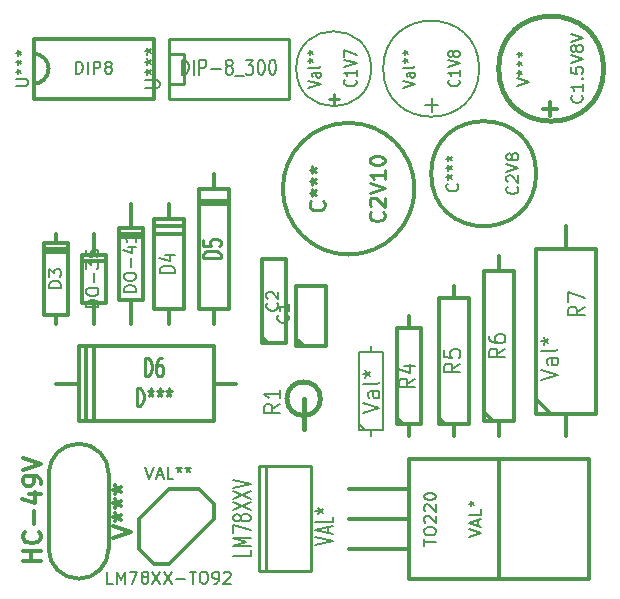
<source format=gto>
G04 (created by PCBNEW (2013-07-07 BZR 4022)-stable) date 2/4/2014 11:58:10 PM*
%MOIN*%
G04 Gerber Fmt 3.4, Leading zero omitted, Abs format*
%FSLAX34Y34*%
G01*
G70*
G90*
G04 APERTURE LIST*
%ADD10C,0.00590551*%
%ADD11C,0.012*%
%ADD12C,0.01*%
%ADD13C,0.015*%
%ADD14C,0.005*%
%ADD15C,0.008*%
%ADD16C,0.0125*%
%ADD17C,0.01125*%
G04 APERTURE END LIST*
G54D10*
G54D11*
X62250Y-40250D02*
G75*
G03X61750Y-39750I-500J0D01*
G74*
G01*
X61750Y-40750D02*
G75*
G03X62250Y-40250I0J500D01*
G74*
G01*
X61750Y-39250D02*
X65750Y-39250D01*
X65750Y-39250D02*
X65750Y-41250D01*
X65750Y-41250D02*
X61750Y-41250D01*
X61750Y-41250D02*
X61750Y-39250D01*
G54D12*
X66250Y-39750D02*
X66750Y-39750D01*
X66750Y-39750D02*
X66750Y-40750D01*
X66750Y-40750D02*
X66250Y-40750D01*
X66250Y-39250D02*
X70250Y-39250D01*
X70250Y-39250D02*
X70250Y-41250D01*
X70250Y-41250D02*
X66250Y-41250D01*
X66250Y-41250D02*
X66250Y-39250D01*
G54D11*
X70500Y-49480D02*
X70500Y-47500D01*
X70500Y-47500D02*
X71500Y-47500D01*
X71500Y-47500D02*
X71500Y-49500D01*
X71500Y-49500D02*
X70500Y-49500D01*
X70750Y-49500D02*
X70500Y-49250D01*
G54D13*
X80750Y-40250D02*
G75*
G03X80750Y-40250I-1750J0D01*
G74*
G01*
G54D14*
X73000Y-40250D02*
G75*
G03X73000Y-40250I-1250J0D01*
G74*
G01*
G54D15*
X76600Y-40250D02*
G75*
G03X76600Y-40250I-1600J0D01*
G74*
G01*
G54D11*
X69350Y-49400D02*
X69350Y-46600D01*
X69350Y-46600D02*
X70150Y-46600D01*
X70150Y-46600D02*
X70150Y-49400D01*
X70150Y-49400D02*
X69350Y-49400D01*
X69550Y-49400D02*
X69350Y-49200D01*
X78500Y-43750D02*
G75*
G03X78500Y-43750I-1750J0D01*
G74*
G01*
X74445Y-44250D02*
G75*
G03X74445Y-44250I-2195J0D01*
G74*
G01*
X62500Y-45750D02*
X62500Y-46050D01*
X62500Y-46050D02*
X62100Y-46050D01*
X62100Y-46050D02*
X62100Y-48450D01*
X62100Y-48450D02*
X62500Y-48450D01*
X62500Y-48450D02*
X62500Y-48750D01*
X62500Y-48450D02*
X62900Y-48450D01*
X62900Y-48450D02*
X62900Y-46050D01*
X62900Y-46050D02*
X62500Y-46050D01*
X62100Y-46250D02*
X62900Y-46250D01*
X62900Y-46350D02*
X62100Y-46350D01*
X65750Y-48250D02*
X65750Y-45250D01*
X65750Y-45250D02*
X66750Y-45250D01*
X66750Y-45250D02*
X66750Y-48250D01*
X66750Y-48250D02*
X65750Y-48250D01*
X65750Y-45500D02*
X66750Y-45500D01*
X66750Y-45750D02*
X65750Y-45750D01*
X66250Y-48250D02*
X66250Y-48750D01*
X66250Y-45250D02*
X66250Y-44750D01*
X67750Y-43750D02*
X67750Y-44250D01*
X67750Y-44250D02*
X67250Y-44250D01*
X67250Y-44250D02*
X67250Y-48250D01*
X67250Y-48250D02*
X67750Y-48250D01*
X67750Y-48250D02*
X67750Y-48750D01*
X67750Y-48250D02*
X68250Y-48250D01*
X68250Y-48250D02*
X68250Y-44250D01*
X68250Y-44250D02*
X67750Y-44250D01*
X67250Y-44750D02*
X68250Y-44750D01*
X67250Y-44650D02*
X68250Y-44650D01*
X67750Y-52000D02*
X67750Y-49500D01*
X67750Y-49500D02*
X63250Y-49500D01*
X63250Y-49500D02*
X63250Y-52000D01*
X63250Y-52000D02*
X67750Y-52000D01*
X63500Y-52000D02*
X63500Y-49500D01*
X63750Y-49500D02*
X63750Y-52000D01*
X63250Y-50750D02*
X62500Y-50750D01*
X67750Y-50750D02*
X68500Y-50750D01*
G54D16*
X63750Y-46450D02*
X63750Y-45750D01*
X63750Y-48050D02*
X63750Y-48750D01*
X63350Y-46650D02*
X64150Y-46650D01*
X63350Y-48050D02*
X64150Y-48050D01*
X64150Y-48050D02*
X64150Y-46450D01*
X64150Y-46450D02*
X63350Y-46450D01*
X63350Y-46450D02*
X63350Y-48050D01*
X65000Y-48250D02*
X65000Y-48750D01*
X65000Y-45250D02*
X65000Y-44750D01*
X65000Y-45250D02*
X65000Y-45550D01*
G54D11*
X65000Y-45550D02*
X64600Y-45550D01*
X64600Y-45550D02*
X64600Y-47950D01*
X64600Y-47950D02*
X65000Y-47950D01*
X65000Y-47950D02*
X65000Y-48250D01*
X65000Y-47950D02*
X65400Y-47950D01*
X65400Y-47950D02*
X65400Y-45550D01*
X65400Y-45550D02*
X65000Y-45550D01*
X64600Y-45750D02*
X65400Y-45750D01*
X65400Y-45850D02*
X64600Y-45850D01*
G54D16*
X64250Y-56250D02*
X64250Y-53750D01*
X62250Y-56250D02*
X62250Y-53750D01*
X63250Y-52750D02*
G75*
G03X62250Y-53750I0J-1000D01*
G74*
G01*
X64250Y-53750D02*
G75*
G03X63250Y-52750I-1000J0D01*
G74*
G01*
X62250Y-56250D02*
G75*
G03X63250Y-57250I1000J0D01*
G74*
G01*
X63250Y-57250D02*
G75*
G03X64250Y-56250I0J1000D01*
G74*
G01*
G54D11*
X66250Y-56750D02*
X67750Y-55250D01*
X67750Y-55250D02*
X67750Y-54750D01*
X67750Y-54750D02*
X67250Y-54250D01*
X67250Y-54250D02*
X66250Y-54250D01*
X66250Y-54250D02*
X65250Y-55250D01*
X65250Y-55250D02*
X65250Y-56250D01*
X65250Y-56250D02*
X65750Y-56750D01*
X65750Y-56750D02*
X66250Y-56750D01*
G54D12*
X69500Y-57000D02*
X69250Y-57000D01*
X69250Y-57000D02*
X69250Y-53500D01*
X69250Y-53500D02*
X69500Y-53500D01*
X71000Y-57000D02*
X69500Y-57000D01*
X69500Y-57000D02*
X69500Y-53500D01*
X69500Y-53500D02*
X71000Y-53500D01*
X71000Y-53500D02*
X71000Y-57000D01*
G54D13*
X70750Y-51250D02*
X70750Y-52250D01*
X71309Y-51250D02*
G75*
G03X71309Y-51250I-559J0D01*
G74*
G01*
G54D15*
X73000Y-52500D02*
X73000Y-52300D01*
X73000Y-49500D02*
X73000Y-49700D01*
X73000Y-49700D02*
X72600Y-49700D01*
X72600Y-49700D02*
X72600Y-52300D01*
X72600Y-52300D02*
X73400Y-52300D01*
X73400Y-52300D02*
X73400Y-49700D01*
X73400Y-49700D02*
X73000Y-49700D01*
X72800Y-52300D02*
X72600Y-52100D01*
G54D11*
X74250Y-52500D02*
X74250Y-52100D01*
X74250Y-52100D02*
X73850Y-52100D01*
X73850Y-52100D02*
X73850Y-48900D01*
X73850Y-48900D02*
X74650Y-48900D01*
X74650Y-48900D02*
X74650Y-52100D01*
X74650Y-52100D02*
X74250Y-52100D01*
X74050Y-52100D02*
X73850Y-51900D01*
X74250Y-48500D02*
X74250Y-48900D01*
X75750Y-52500D02*
X75750Y-52100D01*
X75750Y-47500D02*
X75750Y-47900D01*
X75250Y-47900D02*
X76250Y-47900D01*
X76250Y-47900D02*
X76250Y-52100D01*
X76250Y-52100D02*
X75250Y-52100D01*
X75250Y-52100D02*
X75250Y-47900D01*
X75450Y-52100D02*
X75250Y-51900D01*
X76750Y-52000D02*
X76750Y-47000D01*
X76750Y-47000D02*
X77750Y-47000D01*
X77750Y-47000D02*
X77750Y-52000D01*
X77250Y-47000D02*
X77250Y-46500D01*
X77250Y-52500D02*
X77250Y-52000D01*
X77050Y-52000D02*
X76750Y-51700D01*
X76750Y-52000D02*
X77750Y-52000D01*
X79500Y-52500D02*
X79500Y-52500D01*
X79500Y-52500D02*
X79500Y-52500D01*
X79500Y-46250D02*
X79500Y-45500D01*
X79500Y-45500D02*
X79500Y-45500D01*
X80500Y-46250D02*
X80500Y-51750D01*
X78500Y-51750D02*
X78500Y-46250D01*
X79000Y-51750D02*
X78500Y-51250D01*
X78500Y-46250D02*
X80500Y-46250D01*
X78500Y-51750D02*
X80500Y-51750D01*
X79500Y-52500D02*
X79500Y-51750D01*
X72250Y-54250D02*
X74250Y-54250D01*
X72250Y-55250D02*
X74250Y-55250D01*
X72250Y-56250D02*
X74250Y-56250D01*
X74250Y-57250D02*
X80250Y-57250D01*
X80250Y-57250D02*
X80250Y-53250D01*
X80250Y-53250D02*
X74250Y-53250D01*
X74250Y-53250D02*
X74250Y-57250D01*
X77250Y-56750D02*
X77250Y-53250D01*
X77250Y-56750D02*
X77250Y-57250D01*
G54D15*
X61161Y-40821D02*
X61485Y-40821D01*
X61523Y-40802D01*
X61542Y-40783D01*
X61561Y-40745D01*
X61561Y-40669D01*
X61542Y-40630D01*
X61523Y-40611D01*
X61485Y-40592D01*
X61161Y-40592D01*
X61161Y-40345D02*
X61257Y-40345D01*
X61219Y-40440D02*
X61257Y-40345D01*
X61219Y-40250D01*
X61333Y-40402D02*
X61257Y-40345D01*
X61333Y-40288D01*
X61161Y-40040D02*
X61257Y-40040D01*
X61219Y-40135D02*
X61257Y-40040D01*
X61219Y-39945D01*
X61333Y-40097D02*
X61257Y-40040D01*
X61333Y-39983D01*
X61161Y-39735D02*
X61257Y-39735D01*
X61219Y-39830D02*
X61257Y-39735D01*
X61219Y-39640D01*
X61333Y-39792D02*
X61257Y-39735D01*
X61333Y-39678D01*
X63159Y-40411D02*
X63159Y-40011D01*
X63254Y-40011D01*
X63311Y-40030D01*
X63350Y-40069D01*
X63369Y-40107D01*
X63388Y-40183D01*
X63388Y-40240D01*
X63369Y-40316D01*
X63350Y-40354D01*
X63311Y-40392D01*
X63254Y-40411D01*
X63159Y-40411D01*
X63559Y-40411D02*
X63559Y-40011D01*
X63750Y-40411D02*
X63750Y-40011D01*
X63902Y-40011D01*
X63940Y-40030D01*
X63959Y-40050D01*
X63978Y-40088D01*
X63978Y-40145D01*
X63959Y-40183D01*
X63940Y-40202D01*
X63902Y-40221D01*
X63750Y-40221D01*
X64207Y-40183D02*
X64169Y-40164D01*
X64150Y-40145D01*
X64130Y-40107D01*
X64130Y-40088D01*
X64150Y-40050D01*
X64169Y-40030D01*
X64207Y-40011D01*
X64283Y-40011D01*
X64321Y-40030D01*
X64340Y-40050D01*
X64359Y-40088D01*
X64359Y-40107D01*
X64340Y-40145D01*
X64321Y-40164D01*
X64283Y-40183D01*
X64207Y-40183D01*
X64169Y-40202D01*
X64150Y-40221D01*
X64130Y-40259D01*
X64130Y-40335D01*
X64150Y-40373D01*
X64169Y-40392D01*
X64207Y-40411D01*
X64283Y-40411D01*
X64321Y-40392D01*
X64340Y-40373D01*
X64359Y-40335D01*
X64359Y-40259D01*
X64340Y-40221D01*
X64321Y-40202D01*
X64283Y-40183D01*
X65452Y-40892D02*
X65857Y-40892D01*
X65904Y-40871D01*
X65928Y-40850D01*
X65952Y-40807D01*
X65952Y-40721D01*
X65928Y-40678D01*
X65904Y-40657D01*
X65857Y-40635D01*
X65452Y-40635D01*
X65452Y-40357D02*
X65571Y-40357D01*
X65523Y-40464D02*
X65571Y-40357D01*
X65523Y-40250D01*
X65666Y-40421D02*
X65571Y-40357D01*
X65666Y-40292D01*
X65452Y-40014D02*
X65571Y-40014D01*
X65523Y-40121D02*
X65571Y-40014D01*
X65523Y-39907D01*
X65666Y-40078D02*
X65571Y-40014D01*
X65666Y-39950D01*
X65452Y-39671D02*
X65571Y-39671D01*
X65523Y-39778D02*
X65571Y-39671D01*
X65523Y-39564D01*
X65666Y-39735D02*
X65571Y-39671D01*
X65666Y-39607D01*
X66688Y-40452D02*
X66688Y-39952D01*
X66783Y-39952D01*
X66840Y-39976D01*
X66878Y-40023D01*
X66897Y-40071D01*
X66916Y-40166D01*
X66916Y-40238D01*
X66897Y-40333D01*
X66878Y-40380D01*
X66840Y-40428D01*
X66783Y-40452D01*
X66688Y-40452D01*
X67088Y-40452D02*
X67088Y-39952D01*
X67278Y-40452D02*
X67278Y-39952D01*
X67430Y-39952D01*
X67469Y-39976D01*
X67488Y-40000D01*
X67507Y-40047D01*
X67507Y-40119D01*
X67488Y-40166D01*
X67469Y-40190D01*
X67430Y-40214D01*
X67278Y-40214D01*
X67678Y-40261D02*
X67983Y-40261D01*
X68230Y-40166D02*
X68192Y-40142D01*
X68173Y-40119D01*
X68154Y-40071D01*
X68154Y-40047D01*
X68173Y-40000D01*
X68192Y-39976D01*
X68230Y-39952D01*
X68307Y-39952D01*
X68345Y-39976D01*
X68364Y-40000D01*
X68383Y-40047D01*
X68383Y-40071D01*
X68364Y-40119D01*
X68345Y-40142D01*
X68307Y-40166D01*
X68230Y-40166D01*
X68192Y-40190D01*
X68173Y-40214D01*
X68154Y-40261D01*
X68154Y-40357D01*
X68173Y-40404D01*
X68192Y-40428D01*
X68230Y-40452D01*
X68307Y-40452D01*
X68345Y-40428D01*
X68364Y-40404D01*
X68383Y-40357D01*
X68383Y-40261D01*
X68364Y-40214D01*
X68345Y-40190D01*
X68307Y-40166D01*
X68459Y-40500D02*
X68764Y-40500D01*
X68821Y-39952D02*
X69069Y-39952D01*
X68935Y-40142D01*
X68992Y-40142D01*
X69030Y-40166D01*
X69050Y-40190D01*
X69069Y-40238D01*
X69069Y-40357D01*
X69050Y-40404D01*
X69030Y-40428D01*
X68992Y-40452D01*
X68878Y-40452D01*
X68840Y-40428D01*
X68821Y-40404D01*
X69316Y-39952D02*
X69354Y-39952D01*
X69392Y-39976D01*
X69411Y-40000D01*
X69430Y-40047D01*
X69450Y-40142D01*
X69450Y-40261D01*
X69430Y-40357D01*
X69411Y-40404D01*
X69392Y-40428D01*
X69354Y-40452D01*
X69316Y-40452D01*
X69278Y-40428D01*
X69259Y-40404D01*
X69240Y-40357D01*
X69221Y-40261D01*
X69221Y-40142D01*
X69240Y-40047D01*
X69259Y-40000D01*
X69278Y-39976D01*
X69316Y-39952D01*
X69697Y-39952D02*
X69735Y-39952D01*
X69773Y-39976D01*
X69792Y-40000D01*
X69811Y-40047D01*
X69830Y-40142D01*
X69830Y-40261D01*
X69811Y-40357D01*
X69792Y-40404D01*
X69773Y-40428D01*
X69735Y-40452D01*
X69697Y-40452D01*
X69659Y-40428D01*
X69640Y-40404D01*
X69621Y-40357D01*
X69602Y-40261D01*
X69602Y-40142D01*
X69621Y-40047D01*
X69640Y-40000D01*
X69659Y-39976D01*
X69697Y-39952D01*
X70223Y-48466D02*
X70242Y-48485D01*
X70261Y-48542D01*
X70261Y-48580D01*
X70242Y-48638D01*
X70204Y-48676D01*
X70166Y-48695D01*
X70090Y-48714D01*
X70033Y-48714D01*
X69957Y-48695D01*
X69919Y-48676D01*
X69880Y-48638D01*
X69861Y-48580D01*
X69861Y-48542D01*
X69880Y-48485D01*
X69900Y-48466D01*
X70261Y-48085D02*
X70261Y-48314D01*
X70261Y-48199D02*
X69861Y-48199D01*
X69919Y-48238D01*
X69957Y-48276D01*
X69976Y-48314D01*
X80023Y-41135D02*
X80042Y-41154D01*
X80061Y-41211D01*
X80061Y-41250D01*
X80042Y-41307D01*
X80004Y-41345D01*
X79966Y-41364D01*
X79890Y-41383D01*
X79833Y-41383D01*
X79757Y-41364D01*
X79719Y-41345D01*
X79680Y-41307D01*
X79661Y-41250D01*
X79661Y-41211D01*
X79680Y-41154D01*
X79700Y-41135D01*
X80061Y-40754D02*
X80061Y-40983D01*
X80061Y-40869D02*
X79661Y-40869D01*
X79719Y-40907D01*
X79757Y-40945D01*
X79776Y-40983D01*
X80023Y-40583D02*
X80042Y-40564D01*
X80061Y-40583D01*
X80042Y-40602D01*
X80023Y-40583D01*
X80061Y-40583D01*
X79661Y-40202D02*
X79661Y-40392D01*
X79852Y-40411D01*
X79833Y-40392D01*
X79814Y-40354D01*
X79814Y-40259D01*
X79833Y-40221D01*
X79852Y-40202D01*
X79890Y-40183D01*
X79985Y-40183D01*
X80023Y-40202D01*
X80042Y-40221D01*
X80061Y-40259D01*
X80061Y-40354D01*
X80042Y-40392D01*
X80023Y-40411D01*
X79661Y-40069D02*
X80061Y-39935D01*
X79661Y-39802D01*
X79833Y-39611D02*
X79814Y-39649D01*
X79795Y-39669D01*
X79757Y-39688D01*
X79738Y-39688D01*
X79700Y-39669D01*
X79680Y-39649D01*
X79661Y-39611D01*
X79661Y-39535D01*
X79680Y-39497D01*
X79700Y-39478D01*
X79738Y-39459D01*
X79757Y-39459D01*
X79795Y-39478D01*
X79814Y-39497D01*
X79833Y-39535D01*
X79833Y-39611D01*
X79852Y-39649D01*
X79871Y-39669D01*
X79909Y-39688D01*
X79985Y-39688D01*
X80023Y-39669D01*
X80042Y-39649D01*
X80061Y-39611D01*
X80061Y-39535D01*
X80042Y-39497D01*
X80023Y-39478D01*
X79985Y-39459D01*
X79909Y-39459D01*
X79871Y-39478D01*
X79852Y-39497D01*
X79833Y-39535D01*
X79661Y-39345D02*
X80061Y-39211D01*
X79661Y-39078D01*
X77861Y-40840D02*
X78261Y-40707D01*
X77861Y-40573D01*
X77861Y-40383D02*
X77957Y-40383D01*
X77919Y-40478D02*
X77957Y-40383D01*
X77919Y-40288D01*
X78033Y-40440D02*
X77957Y-40383D01*
X78033Y-40326D01*
X77861Y-40078D02*
X77957Y-40078D01*
X77919Y-40173D02*
X77957Y-40078D01*
X77919Y-39983D01*
X78033Y-40135D02*
X77957Y-40078D01*
X78033Y-40021D01*
X77861Y-39773D02*
X77957Y-39773D01*
X77919Y-39869D02*
X77957Y-39773D01*
X77919Y-39678D01*
X78033Y-39830D02*
X77957Y-39773D01*
X78033Y-39716D01*
G54D11*
X78964Y-41828D02*
X78964Y-41371D01*
X79192Y-41599D02*
X78735Y-41599D01*
G54D15*
X72489Y-40625D02*
X72510Y-40641D01*
X72532Y-40691D01*
X72532Y-40725D01*
X72510Y-40775D01*
X72467Y-40808D01*
X72425Y-40825D01*
X72339Y-40841D01*
X72275Y-40841D01*
X72189Y-40825D01*
X72146Y-40808D01*
X72103Y-40775D01*
X72082Y-40725D01*
X72082Y-40691D01*
X72103Y-40641D01*
X72125Y-40625D01*
X72532Y-40291D02*
X72532Y-40491D01*
X72532Y-40391D02*
X72082Y-40391D01*
X72146Y-40425D01*
X72189Y-40458D01*
X72210Y-40491D01*
X72082Y-40191D02*
X72532Y-40075D01*
X72082Y-39958D01*
X72082Y-39875D02*
X72082Y-39641D01*
X72532Y-39791D01*
X70882Y-40883D02*
X71332Y-40766D01*
X70882Y-40650D01*
X71332Y-40383D02*
X71096Y-40383D01*
X71053Y-40400D01*
X71032Y-40433D01*
X71032Y-40500D01*
X71053Y-40533D01*
X71310Y-40383D02*
X71332Y-40416D01*
X71332Y-40500D01*
X71310Y-40533D01*
X71267Y-40550D01*
X71225Y-40550D01*
X71182Y-40533D01*
X71160Y-40500D01*
X71160Y-40416D01*
X71139Y-40383D01*
X71332Y-40166D02*
X71310Y-40200D01*
X71267Y-40216D01*
X70882Y-40216D01*
X70882Y-39983D02*
X70989Y-39983D01*
X70946Y-40066D02*
X70989Y-39983D01*
X70946Y-39900D01*
X71075Y-40033D02*
X70989Y-39983D01*
X71075Y-39933D01*
X70882Y-39716D02*
X70989Y-39716D01*
X70946Y-39800D02*
X70989Y-39716D01*
X70946Y-39633D01*
X71075Y-39766D02*
X70989Y-39716D01*
X71075Y-39666D01*
G54D17*
X71760Y-41421D02*
X71760Y-41078D01*
X71932Y-41250D02*
X71589Y-41250D01*
G54D11*
G54D15*
X75923Y-40625D02*
X75942Y-40641D01*
X75961Y-40691D01*
X75961Y-40725D01*
X75942Y-40775D01*
X75904Y-40808D01*
X75866Y-40825D01*
X75790Y-40841D01*
X75733Y-40841D01*
X75657Y-40825D01*
X75619Y-40808D01*
X75580Y-40775D01*
X75561Y-40725D01*
X75561Y-40691D01*
X75580Y-40641D01*
X75600Y-40625D01*
X75961Y-40291D02*
X75961Y-40491D01*
X75961Y-40391D02*
X75561Y-40391D01*
X75619Y-40425D01*
X75657Y-40458D01*
X75676Y-40491D01*
X75561Y-40191D02*
X75961Y-40075D01*
X75561Y-39958D01*
X75733Y-39791D02*
X75714Y-39825D01*
X75695Y-39841D01*
X75657Y-39858D01*
X75638Y-39858D01*
X75600Y-39841D01*
X75580Y-39825D01*
X75561Y-39791D01*
X75561Y-39725D01*
X75580Y-39691D01*
X75600Y-39675D01*
X75638Y-39658D01*
X75657Y-39658D01*
X75695Y-39675D01*
X75714Y-39691D01*
X75733Y-39725D01*
X75733Y-39791D01*
X75752Y-39825D01*
X75771Y-39841D01*
X75809Y-39858D01*
X75885Y-39858D01*
X75923Y-39841D01*
X75942Y-39825D01*
X75961Y-39791D01*
X75961Y-39725D01*
X75942Y-39691D01*
X75923Y-39675D01*
X75885Y-39658D01*
X75809Y-39658D01*
X75771Y-39675D01*
X75752Y-39691D01*
X75733Y-39725D01*
X74062Y-40883D02*
X74462Y-40766D01*
X74062Y-40650D01*
X74462Y-40383D02*
X74253Y-40383D01*
X74215Y-40400D01*
X74196Y-40433D01*
X74196Y-40500D01*
X74215Y-40533D01*
X74443Y-40383D02*
X74462Y-40416D01*
X74462Y-40500D01*
X74443Y-40533D01*
X74405Y-40550D01*
X74367Y-40550D01*
X74329Y-40533D01*
X74310Y-40500D01*
X74310Y-40416D01*
X74291Y-40383D01*
X74462Y-40166D02*
X74443Y-40200D01*
X74405Y-40216D01*
X74062Y-40216D01*
X74062Y-39983D02*
X74158Y-39983D01*
X74120Y-40066D02*
X74158Y-39983D01*
X74120Y-39900D01*
X74234Y-40033D02*
X74158Y-39983D01*
X74234Y-39933D01*
X74062Y-39716D02*
X74158Y-39716D01*
X74120Y-39800D02*
X74158Y-39716D01*
X74120Y-39633D01*
X74234Y-39766D02*
X74158Y-39716D01*
X74234Y-39666D01*
X75014Y-41677D02*
X75014Y-41220D01*
X75242Y-41448D02*
X74785Y-41448D01*
X69873Y-48066D02*
X69892Y-48085D01*
X69911Y-48142D01*
X69911Y-48180D01*
X69892Y-48238D01*
X69854Y-48276D01*
X69816Y-48295D01*
X69740Y-48314D01*
X69683Y-48314D01*
X69607Y-48295D01*
X69569Y-48276D01*
X69530Y-48238D01*
X69511Y-48180D01*
X69511Y-48142D01*
X69530Y-48085D01*
X69550Y-48066D01*
X69550Y-47914D02*
X69530Y-47895D01*
X69511Y-47857D01*
X69511Y-47761D01*
X69530Y-47723D01*
X69550Y-47704D01*
X69588Y-47685D01*
X69626Y-47685D01*
X69683Y-47704D01*
X69911Y-47933D01*
X69911Y-47685D01*
X77873Y-44178D02*
X77892Y-44197D01*
X77911Y-44254D01*
X77911Y-44292D01*
X77892Y-44349D01*
X77854Y-44388D01*
X77816Y-44407D01*
X77740Y-44426D01*
X77683Y-44426D01*
X77607Y-44407D01*
X77569Y-44388D01*
X77530Y-44349D01*
X77511Y-44292D01*
X77511Y-44254D01*
X77530Y-44197D01*
X77550Y-44178D01*
X77550Y-44026D02*
X77530Y-44007D01*
X77511Y-43969D01*
X77511Y-43873D01*
X77530Y-43835D01*
X77550Y-43816D01*
X77588Y-43797D01*
X77626Y-43797D01*
X77683Y-43816D01*
X77911Y-44045D01*
X77911Y-43797D01*
X77511Y-43683D02*
X77911Y-43549D01*
X77511Y-43416D01*
X77683Y-43226D02*
X77664Y-43264D01*
X77645Y-43283D01*
X77607Y-43302D01*
X77588Y-43302D01*
X77550Y-43283D01*
X77530Y-43264D01*
X77511Y-43226D01*
X77511Y-43150D01*
X77530Y-43111D01*
X77550Y-43092D01*
X77588Y-43073D01*
X77607Y-43073D01*
X77645Y-43092D01*
X77664Y-43111D01*
X77683Y-43150D01*
X77683Y-43226D01*
X77702Y-43264D01*
X77721Y-43283D01*
X77759Y-43302D01*
X77835Y-43302D01*
X77873Y-43283D01*
X77892Y-43264D01*
X77911Y-43226D01*
X77911Y-43150D01*
X77892Y-43111D01*
X77873Y-43092D01*
X77835Y-43073D01*
X77759Y-43073D01*
X77721Y-43092D01*
X77702Y-43111D01*
X77683Y-43150D01*
X75873Y-44083D02*
X75892Y-44102D01*
X75911Y-44159D01*
X75911Y-44197D01*
X75892Y-44254D01*
X75854Y-44292D01*
X75816Y-44311D01*
X75740Y-44330D01*
X75683Y-44330D01*
X75607Y-44311D01*
X75569Y-44292D01*
X75530Y-44254D01*
X75511Y-44197D01*
X75511Y-44159D01*
X75530Y-44102D01*
X75550Y-44083D01*
X75511Y-43854D02*
X75607Y-43854D01*
X75569Y-43949D02*
X75607Y-43854D01*
X75569Y-43759D01*
X75683Y-43911D02*
X75607Y-43854D01*
X75683Y-43797D01*
X75511Y-43549D02*
X75607Y-43549D01*
X75569Y-43645D02*
X75607Y-43549D01*
X75569Y-43454D01*
X75683Y-43607D02*
X75607Y-43549D01*
X75683Y-43492D01*
X75511Y-43245D02*
X75607Y-43245D01*
X75569Y-43340D02*
X75607Y-43245D01*
X75569Y-43150D01*
X75683Y-43302D02*
X75607Y-43245D01*
X75683Y-43188D01*
G54D12*
X73404Y-45023D02*
X73428Y-45047D01*
X73452Y-45119D01*
X73452Y-45166D01*
X73428Y-45238D01*
X73380Y-45285D01*
X73333Y-45309D01*
X73238Y-45333D01*
X73166Y-45333D01*
X73071Y-45309D01*
X73023Y-45285D01*
X72976Y-45238D01*
X72952Y-45166D01*
X72952Y-45119D01*
X72976Y-45047D01*
X73000Y-45023D01*
X73000Y-44833D02*
X72976Y-44809D01*
X72952Y-44761D01*
X72952Y-44642D01*
X72976Y-44595D01*
X73000Y-44571D01*
X73047Y-44547D01*
X73095Y-44547D01*
X73166Y-44571D01*
X73452Y-44857D01*
X73452Y-44547D01*
X72952Y-44404D02*
X73452Y-44238D01*
X72952Y-44071D01*
X73452Y-43642D02*
X73452Y-43928D01*
X73452Y-43785D02*
X72952Y-43785D01*
X73023Y-43833D01*
X73071Y-43880D01*
X73095Y-43928D01*
X72952Y-43333D02*
X72952Y-43285D01*
X72976Y-43238D01*
X73000Y-43214D01*
X73047Y-43190D01*
X73142Y-43166D01*
X73261Y-43166D01*
X73357Y-43190D01*
X73404Y-43214D01*
X73428Y-43238D01*
X73452Y-43285D01*
X73452Y-43333D01*
X73428Y-43380D01*
X73404Y-43404D01*
X73357Y-43428D01*
X73261Y-43452D01*
X73142Y-43452D01*
X73047Y-43428D01*
X73000Y-43404D01*
X72976Y-43380D01*
X72952Y-43333D01*
X71404Y-44666D02*
X71428Y-44690D01*
X71452Y-44761D01*
X71452Y-44809D01*
X71428Y-44880D01*
X71380Y-44928D01*
X71333Y-44952D01*
X71238Y-44976D01*
X71166Y-44976D01*
X71071Y-44952D01*
X71023Y-44928D01*
X70976Y-44880D01*
X70952Y-44809D01*
X70952Y-44761D01*
X70976Y-44690D01*
X71000Y-44666D01*
X70952Y-44380D02*
X71071Y-44380D01*
X71023Y-44499D02*
X71071Y-44380D01*
X71023Y-44261D01*
X71166Y-44452D02*
X71071Y-44380D01*
X71166Y-44309D01*
X70952Y-43999D02*
X71071Y-43999D01*
X71023Y-44119D02*
X71071Y-43999D01*
X71023Y-43880D01*
X71166Y-44071D02*
X71071Y-43999D01*
X71166Y-43928D01*
X70952Y-43619D02*
X71071Y-43619D01*
X71023Y-43738D02*
X71071Y-43619D01*
X71023Y-43500D01*
X71166Y-43690D02*
X71071Y-43619D01*
X71166Y-43547D01*
G54D15*
X62661Y-47545D02*
X62261Y-47545D01*
X62261Y-47449D01*
X62280Y-47392D01*
X62319Y-47354D01*
X62357Y-47335D01*
X62433Y-47316D01*
X62490Y-47316D01*
X62566Y-47335D01*
X62604Y-47354D01*
X62642Y-47392D01*
X62661Y-47449D01*
X62661Y-47545D01*
X62261Y-47183D02*
X62261Y-46935D01*
X62414Y-47069D01*
X62414Y-47011D01*
X62433Y-46973D01*
X62452Y-46954D01*
X62490Y-46935D01*
X62585Y-46935D01*
X62623Y-46954D01*
X62642Y-46973D01*
X62661Y-47011D01*
X62661Y-47126D01*
X62642Y-47164D01*
X62623Y-47183D01*
X66452Y-47045D02*
X65952Y-47045D01*
X65952Y-46949D01*
X65976Y-46892D01*
X66023Y-46854D01*
X66071Y-46835D01*
X66166Y-46816D01*
X66238Y-46816D01*
X66333Y-46835D01*
X66380Y-46854D01*
X66428Y-46892D01*
X66452Y-46949D01*
X66452Y-47045D01*
X66119Y-46473D02*
X66452Y-46473D01*
X65928Y-46569D02*
X66285Y-46664D01*
X66285Y-46416D01*
G54D12*
X67992Y-46545D02*
X67392Y-46545D01*
X67392Y-46449D01*
X67421Y-46392D01*
X67478Y-46354D01*
X67535Y-46335D01*
X67650Y-46316D01*
X67735Y-46316D01*
X67850Y-46335D01*
X67907Y-46354D01*
X67964Y-46392D01*
X67992Y-46449D01*
X67992Y-46545D01*
X67392Y-45954D02*
X67392Y-46145D01*
X67678Y-46164D01*
X67650Y-46145D01*
X67621Y-46107D01*
X67621Y-46011D01*
X67650Y-45973D01*
X67678Y-45954D01*
X67735Y-45935D01*
X67878Y-45935D01*
X67935Y-45954D01*
X67964Y-45973D01*
X67992Y-46011D01*
X67992Y-46107D01*
X67964Y-46145D01*
X67935Y-46164D01*
G54D11*
G54D12*
X65454Y-50492D02*
X65454Y-49892D01*
X65550Y-49892D01*
X65607Y-49921D01*
X65645Y-49978D01*
X65664Y-50035D01*
X65683Y-50150D01*
X65683Y-50235D01*
X65664Y-50350D01*
X65645Y-50407D01*
X65607Y-50464D01*
X65550Y-50492D01*
X65454Y-50492D01*
X66026Y-49892D02*
X65950Y-49892D01*
X65911Y-49921D01*
X65892Y-49950D01*
X65854Y-50035D01*
X65835Y-50150D01*
X65835Y-50378D01*
X65854Y-50435D01*
X65873Y-50464D01*
X65911Y-50492D01*
X65988Y-50492D01*
X66026Y-50464D01*
X66045Y-50435D01*
X66064Y-50378D01*
X66064Y-50235D01*
X66045Y-50178D01*
X66026Y-50150D01*
X65988Y-50121D01*
X65911Y-50121D01*
X65873Y-50150D01*
X65854Y-50178D01*
X65835Y-50235D01*
G54D11*
G54D12*
X65188Y-51492D02*
X65188Y-50892D01*
X65283Y-50892D01*
X65340Y-50921D01*
X65378Y-50978D01*
X65397Y-51035D01*
X65416Y-51150D01*
X65416Y-51235D01*
X65397Y-51350D01*
X65378Y-51407D01*
X65340Y-51464D01*
X65283Y-51492D01*
X65188Y-51492D01*
X65645Y-50892D02*
X65645Y-51035D01*
X65550Y-50978D02*
X65645Y-51035D01*
X65740Y-50978D01*
X65588Y-51150D02*
X65645Y-51035D01*
X65702Y-51150D01*
X65950Y-50892D02*
X65950Y-51035D01*
X65854Y-50978D02*
X65950Y-51035D01*
X66045Y-50978D01*
X65892Y-51150D02*
X65950Y-51035D01*
X66007Y-51150D01*
X66254Y-50892D02*
X66254Y-51035D01*
X66159Y-50978D02*
X66254Y-51035D01*
X66350Y-50978D01*
X66197Y-51150D02*
X66254Y-51035D01*
X66311Y-51150D01*
G54D11*
G54D15*
X63911Y-48192D02*
X63511Y-48192D01*
X63511Y-48097D01*
X63530Y-48040D01*
X63569Y-48002D01*
X63607Y-47983D01*
X63683Y-47964D01*
X63740Y-47964D01*
X63816Y-47983D01*
X63854Y-48002D01*
X63892Y-48040D01*
X63911Y-48097D01*
X63911Y-48192D01*
X63511Y-47716D02*
X63511Y-47640D01*
X63530Y-47602D01*
X63569Y-47564D01*
X63645Y-47545D01*
X63778Y-47545D01*
X63854Y-47564D01*
X63892Y-47602D01*
X63911Y-47640D01*
X63911Y-47716D01*
X63892Y-47754D01*
X63854Y-47792D01*
X63778Y-47811D01*
X63645Y-47811D01*
X63569Y-47792D01*
X63530Y-47754D01*
X63511Y-47716D01*
X63759Y-47373D02*
X63759Y-47069D01*
X63511Y-46916D02*
X63511Y-46669D01*
X63664Y-46802D01*
X63664Y-46745D01*
X63683Y-46707D01*
X63702Y-46688D01*
X63740Y-46669D01*
X63835Y-46669D01*
X63873Y-46688D01*
X63892Y-46707D01*
X63911Y-46745D01*
X63911Y-46859D01*
X63892Y-46897D01*
X63873Y-46916D01*
X63511Y-46307D02*
X63511Y-46497D01*
X63702Y-46516D01*
X63683Y-46497D01*
X63664Y-46459D01*
X63664Y-46364D01*
X63683Y-46326D01*
X63702Y-46307D01*
X63740Y-46288D01*
X63835Y-46288D01*
X63873Y-46307D01*
X63892Y-46326D01*
X63911Y-46364D01*
X63911Y-46459D01*
X63892Y-46497D01*
X63873Y-46516D01*
X65161Y-47692D02*
X64761Y-47692D01*
X64761Y-47597D01*
X64780Y-47540D01*
X64819Y-47502D01*
X64857Y-47483D01*
X64933Y-47464D01*
X64990Y-47464D01*
X65066Y-47483D01*
X65104Y-47502D01*
X65142Y-47540D01*
X65161Y-47597D01*
X65161Y-47692D01*
X64761Y-47216D02*
X64761Y-47140D01*
X64780Y-47102D01*
X64819Y-47064D01*
X64895Y-47045D01*
X65028Y-47045D01*
X65104Y-47064D01*
X65142Y-47102D01*
X65161Y-47140D01*
X65161Y-47216D01*
X65142Y-47254D01*
X65104Y-47292D01*
X65028Y-47311D01*
X64895Y-47311D01*
X64819Y-47292D01*
X64780Y-47254D01*
X64761Y-47216D01*
X65009Y-46873D02*
X65009Y-46569D01*
X64895Y-46207D02*
X65161Y-46207D01*
X64742Y-46302D02*
X65028Y-46397D01*
X65028Y-46150D01*
X65161Y-45788D02*
X65161Y-46016D01*
X65161Y-45902D02*
X64761Y-45902D01*
X64819Y-45940D01*
X64857Y-45978D01*
X64876Y-46016D01*
G54D11*
X61992Y-56671D02*
X61392Y-56671D01*
X61678Y-56671D02*
X61678Y-56328D01*
X61992Y-56328D02*
X61392Y-56328D01*
X61935Y-55700D02*
X61964Y-55728D01*
X61992Y-55814D01*
X61992Y-55871D01*
X61964Y-55957D01*
X61907Y-56014D01*
X61850Y-56042D01*
X61735Y-56071D01*
X61650Y-56071D01*
X61535Y-56042D01*
X61478Y-56014D01*
X61421Y-55957D01*
X61392Y-55871D01*
X61392Y-55814D01*
X61421Y-55728D01*
X61450Y-55700D01*
X61764Y-55442D02*
X61764Y-54985D01*
X61592Y-54442D02*
X61992Y-54442D01*
X61364Y-54585D02*
X61792Y-54728D01*
X61792Y-54357D01*
X61992Y-54100D02*
X61992Y-53985D01*
X61964Y-53928D01*
X61935Y-53900D01*
X61850Y-53842D01*
X61735Y-53814D01*
X61507Y-53814D01*
X61450Y-53842D01*
X61421Y-53871D01*
X61392Y-53928D01*
X61392Y-54042D01*
X61421Y-54100D01*
X61450Y-54128D01*
X61507Y-54157D01*
X61650Y-54157D01*
X61707Y-54128D01*
X61735Y-54100D01*
X61764Y-54042D01*
X61764Y-53928D01*
X61735Y-53871D01*
X61707Y-53842D01*
X61650Y-53814D01*
X61392Y-53642D02*
X61992Y-53442D01*
X61392Y-53242D01*
X64392Y-55885D02*
X64992Y-55685D01*
X64392Y-55485D01*
X64392Y-55200D02*
X64535Y-55200D01*
X64478Y-55342D02*
X64535Y-55200D01*
X64478Y-55057D01*
X64650Y-55285D02*
X64535Y-55200D01*
X64650Y-55114D01*
X64392Y-54742D02*
X64535Y-54742D01*
X64478Y-54885D02*
X64535Y-54742D01*
X64478Y-54599D01*
X64650Y-54828D02*
X64535Y-54742D01*
X64650Y-54657D01*
X64392Y-54285D02*
X64535Y-54285D01*
X64478Y-54428D02*
X64535Y-54285D01*
X64478Y-54142D01*
X64650Y-54371D02*
X64535Y-54285D01*
X64650Y-54199D01*
G54D15*
X64392Y-57411D02*
X64202Y-57411D01*
X64202Y-57011D01*
X64526Y-57411D02*
X64526Y-57011D01*
X64659Y-57297D01*
X64792Y-57011D01*
X64792Y-57411D01*
X64945Y-57011D02*
X65211Y-57011D01*
X65040Y-57411D01*
X65421Y-57183D02*
X65383Y-57164D01*
X65364Y-57145D01*
X65345Y-57107D01*
X65345Y-57088D01*
X65364Y-57050D01*
X65383Y-57030D01*
X65421Y-57011D01*
X65497Y-57011D01*
X65535Y-57030D01*
X65554Y-57050D01*
X65573Y-57088D01*
X65573Y-57107D01*
X65554Y-57145D01*
X65535Y-57164D01*
X65497Y-57183D01*
X65421Y-57183D01*
X65383Y-57202D01*
X65364Y-57221D01*
X65345Y-57259D01*
X65345Y-57335D01*
X65364Y-57373D01*
X65383Y-57392D01*
X65421Y-57411D01*
X65497Y-57411D01*
X65535Y-57392D01*
X65554Y-57373D01*
X65573Y-57335D01*
X65573Y-57259D01*
X65554Y-57221D01*
X65535Y-57202D01*
X65497Y-57183D01*
X65707Y-57011D02*
X65973Y-57411D01*
X65973Y-57011D02*
X65707Y-57411D01*
X66088Y-57011D02*
X66354Y-57411D01*
X66354Y-57011D02*
X66088Y-57411D01*
X66507Y-57259D02*
X66811Y-57259D01*
X66945Y-57011D02*
X67173Y-57011D01*
X67059Y-57411D02*
X67059Y-57011D01*
X67383Y-57011D02*
X67459Y-57011D01*
X67497Y-57030D01*
X67535Y-57069D01*
X67554Y-57145D01*
X67554Y-57278D01*
X67535Y-57354D01*
X67497Y-57392D01*
X67459Y-57411D01*
X67383Y-57411D01*
X67345Y-57392D01*
X67307Y-57354D01*
X67288Y-57278D01*
X67288Y-57145D01*
X67307Y-57069D01*
X67345Y-57030D01*
X67383Y-57011D01*
X67745Y-57411D02*
X67821Y-57411D01*
X67859Y-57392D01*
X67878Y-57373D01*
X67916Y-57316D01*
X67935Y-57240D01*
X67935Y-57088D01*
X67916Y-57050D01*
X67897Y-57030D01*
X67859Y-57011D01*
X67783Y-57011D01*
X67745Y-57030D01*
X67726Y-57050D01*
X67707Y-57088D01*
X67707Y-57183D01*
X67726Y-57221D01*
X67745Y-57240D01*
X67783Y-57259D01*
X67859Y-57259D01*
X67897Y-57240D01*
X67916Y-57221D01*
X67935Y-57183D01*
X68088Y-57050D02*
X68107Y-57030D01*
X68145Y-57011D01*
X68240Y-57011D01*
X68278Y-57030D01*
X68297Y-57050D01*
X68316Y-57088D01*
X68316Y-57126D01*
X68297Y-57183D01*
X68069Y-57411D01*
X68316Y-57411D01*
X65478Y-53511D02*
X65611Y-53911D01*
X65745Y-53511D01*
X65859Y-53797D02*
X66050Y-53797D01*
X65821Y-53911D02*
X65954Y-53511D01*
X66088Y-53911D01*
X66411Y-53911D02*
X66221Y-53911D01*
X66221Y-53511D01*
X66602Y-53511D02*
X66602Y-53607D01*
X66507Y-53569D02*
X66602Y-53607D01*
X66697Y-53569D01*
X66545Y-53683D02*
X66602Y-53607D01*
X66659Y-53683D01*
X66907Y-53511D02*
X66907Y-53607D01*
X66811Y-53569D02*
X66907Y-53607D01*
X67002Y-53569D01*
X66850Y-53683D02*
X66907Y-53607D01*
X66964Y-53683D01*
X68992Y-56288D02*
X68992Y-56478D01*
X68392Y-56478D01*
X68992Y-56154D02*
X68392Y-56154D01*
X68821Y-56021D01*
X68392Y-55888D01*
X68992Y-55888D01*
X68392Y-55735D02*
X68392Y-55469D01*
X68992Y-55640D01*
X68650Y-55259D02*
X68621Y-55297D01*
X68592Y-55316D01*
X68535Y-55335D01*
X68507Y-55335D01*
X68450Y-55316D01*
X68421Y-55297D01*
X68392Y-55259D01*
X68392Y-55183D01*
X68421Y-55145D01*
X68450Y-55126D01*
X68507Y-55107D01*
X68535Y-55107D01*
X68592Y-55126D01*
X68621Y-55145D01*
X68650Y-55183D01*
X68650Y-55259D01*
X68678Y-55297D01*
X68707Y-55316D01*
X68764Y-55335D01*
X68878Y-55335D01*
X68935Y-55316D01*
X68964Y-55297D01*
X68992Y-55259D01*
X68992Y-55183D01*
X68964Y-55145D01*
X68935Y-55126D01*
X68878Y-55107D01*
X68764Y-55107D01*
X68707Y-55126D01*
X68678Y-55145D01*
X68650Y-55183D01*
X68392Y-54973D02*
X68992Y-54707D01*
X68392Y-54707D02*
X68992Y-54973D01*
X68392Y-54592D02*
X68992Y-54326D01*
X68392Y-54326D02*
X68992Y-54592D01*
X68392Y-54230D02*
X68992Y-54097D01*
X68392Y-53964D01*
X71142Y-56119D02*
X71742Y-55985D01*
X71142Y-55852D01*
X71571Y-55738D02*
X71571Y-55547D01*
X71742Y-55776D02*
X71142Y-55642D01*
X71742Y-55509D01*
X71742Y-55185D02*
X71742Y-55376D01*
X71142Y-55376D01*
X71142Y-54995D02*
X71285Y-54995D01*
X71228Y-55090D02*
X71285Y-54995D01*
X71228Y-54900D01*
X71400Y-55052D02*
X71285Y-54995D01*
X71400Y-54938D01*
X69972Y-51433D02*
X69710Y-51600D01*
X69972Y-51719D02*
X69422Y-51719D01*
X69422Y-51528D01*
X69448Y-51480D01*
X69475Y-51457D01*
X69527Y-51433D01*
X69605Y-51433D01*
X69658Y-51457D01*
X69684Y-51480D01*
X69710Y-51528D01*
X69710Y-51719D01*
X69972Y-50957D02*
X69972Y-51242D01*
X69972Y-51100D02*
X69422Y-51100D01*
X69501Y-51147D01*
X69553Y-51195D01*
X69579Y-51242D01*
X72722Y-51714D02*
X73272Y-51547D01*
X72722Y-51380D01*
X73272Y-51000D02*
X72984Y-51000D01*
X72932Y-51023D01*
X72905Y-51071D01*
X72905Y-51166D01*
X72932Y-51214D01*
X73246Y-51000D02*
X73272Y-51047D01*
X73272Y-51166D01*
X73246Y-51214D01*
X73194Y-51238D01*
X73141Y-51238D01*
X73089Y-51214D01*
X73063Y-51166D01*
X73063Y-51047D01*
X73036Y-51000D01*
X73272Y-50690D02*
X73246Y-50738D01*
X73194Y-50761D01*
X72722Y-50761D01*
X72722Y-50428D02*
X72853Y-50428D01*
X72801Y-50547D02*
X72853Y-50428D01*
X72801Y-50309D01*
X72958Y-50500D02*
X72853Y-50428D01*
X72958Y-50357D01*
X74472Y-50583D02*
X74210Y-50750D01*
X74472Y-50869D02*
X73922Y-50869D01*
X73922Y-50678D01*
X73948Y-50630D01*
X73975Y-50607D01*
X74027Y-50583D01*
X74105Y-50583D01*
X74158Y-50607D01*
X74184Y-50630D01*
X74210Y-50678D01*
X74210Y-50869D01*
X74105Y-50154D02*
X74472Y-50154D01*
X73896Y-50273D02*
X74289Y-50392D01*
X74289Y-50083D01*
X75972Y-50083D02*
X75710Y-50250D01*
X75972Y-50369D02*
X75422Y-50369D01*
X75422Y-50178D01*
X75448Y-50130D01*
X75475Y-50107D01*
X75527Y-50083D01*
X75605Y-50083D01*
X75658Y-50107D01*
X75684Y-50130D01*
X75710Y-50178D01*
X75710Y-50369D01*
X75422Y-49630D02*
X75422Y-49869D01*
X75684Y-49892D01*
X75658Y-49869D01*
X75632Y-49821D01*
X75632Y-49702D01*
X75658Y-49654D01*
X75684Y-49630D01*
X75736Y-49607D01*
X75867Y-49607D01*
X75920Y-49630D01*
X75946Y-49654D01*
X75972Y-49702D01*
X75972Y-49821D01*
X75946Y-49869D01*
X75920Y-49892D01*
X77472Y-49583D02*
X77210Y-49750D01*
X77472Y-49869D02*
X76922Y-49869D01*
X76922Y-49678D01*
X76948Y-49630D01*
X76975Y-49607D01*
X77027Y-49583D01*
X77105Y-49583D01*
X77158Y-49607D01*
X77184Y-49630D01*
X77210Y-49678D01*
X77210Y-49869D01*
X76922Y-49154D02*
X76922Y-49250D01*
X76948Y-49297D01*
X76975Y-49321D01*
X77053Y-49369D01*
X77158Y-49392D01*
X77367Y-49392D01*
X77420Y-49369D01*
X77446Y-49345D01*
X77472Y-49297D01*
X77472Y-49202D01*
X77446Y-49154D01*
X77420Y-49130D01*
X77367Y-49107D01*
X77236Y-49107D01*
X77184Y-49130D01*
X77158Y-49154D01*
X77132Y-49202D01*
X77132Y-49297D01*
X77158Y-49345D01*
X77184Y-49369D01*
X77236Y-49392D01*
X80122Y-48183D02*
X79860Y-48350D01*
X80122Y-48469D02*
X79572Y-48469D01*
X79572Y-48278D01*
X79598Y-48230D01*
X79625Y-48207D01*
X79677Y-48183D01*
X79755Y-48183D01*
X79808Y-48207D01*
X79834Y-48230D01*
X79860Y-48278D01*
X79860Y-48469D01*
X79572Y-48016D02*
X79572Y-47683D01*
X80122Y-47897D01*
X78672Y-50614D02*
X79222Y-50447D01*
X78672Y-50280D01*
X79222Y-49900D02*
X78934Y-49900D01*
X78882Y-49923D01*
X78855Y-49971D01*
X78855Y-50066D01*
X78882Y-50114D01*
X79196Y-49900D02*
X79222Y-49947D01*
X79222Y-50066D01*
X79196Y-50114D01*
X79144Y-50138D01*
X79091Y-50138D01*
X79039Y-50114D01*
X79013Y-50066D01*
X79013Y-49947D01*
X78986Y-49900D01*
X79222Y-49590D02*
X79196Y-49638D01*
X79144Y-49661D01*
X78672Y-49661D01*
X78672Y-49328D02*
X78803Y-49328D01*
X78751Y-49447D02*
X78803Y-49328D01*
X78751Y-49209D01*
X78908Y-49400D02*
X78803Y-49328D01*
X78908Y-49257D01*
X74761Y-56145D02*
X74761Y-55916D01*
X75161Y-56030D02*
X74761Y-56030D01*
X74761Y-55707D02*
X74761Y-55630D01*
X74780Y-55592D01*
X74819Y-55554D01*
X74895Y-55535D01*
X75028Y-55535D01*
X75104Y-55554D01*
X75142Y-55592D01*
X75161Y-55630D01*
X75161Y-55707D01*
X75142Y-55745D01*
X75104Y-55783D01*
X75028Y-55802D01*
X74895Y-55802D01*
X74819Y-55783D01*
X74780Y-55745D01*
X74761Y-55707D01*
X74800Y-55383D02*
X74780Y-55364D01*
X74761Y-55326D01*
X74761Y-55230D01*
X74780Y-55192D01*
X74800Y-55173D01*
X74838Y-55154D01*
X74876Y-55154D01*
X74933Y-55173D01*
X75161Y-55402D01*
X75161Y-55154D01*
X74800Y-55002D02*
X74780Y-54983D01*
X74761Y-54945D01*
X74761Y-54850D01*
X74780Y-54811D01*
X74800Y-54792D01*
X74838Y-54773D01*
X74876Y-54773D01*
X74933Y-54792D01*
X75161Y-55021D01*
X75161Y-54773D01*
X74761Y-54526D02*
X74761Y-54488D01*
X74780Y-54450D01*
X74800Y-54430D01*
X74838Y-54411D01*
X74914Y-54392D01*
X75009Y-54392D01*
X75085Y-54411D01*
X75123Y-54430D01*
X75142Y-54450D01*
X75161Y-54488D01*
X75161Y-54526D01*
X75142Y-54564D01*
X75123Y-54583D01*
X75085Y-54602D01*
X75009Y-54621D01*
X74914Y-54621D01*
X74838Y-54602D01*
X74800Y-54583D01*
X74780Y-54564D01*
X74761Y-54526D01*
X76261Y-55869D02*
X76661Y-55735D01*
X76261Y-55602D01*
X76547Y-55488D02*
X76547Y-55297D01*
X76661Y-55526D02*
X76261Y-55392D01*
X76661Y-55259D01*
X76661Y-54935D02*
X76661Y-55126D01*
X76261Y-55126D01*
X76261Y-54745D02*
X76357Y-54745D01*
X76319Y-54840D02*
X76357Y-54745D01*
X76319Y-54650D01*
X76433Y-54802D02*
X76357Y-54745D01*
X76433Y-54688D01*
M02*

</source>
